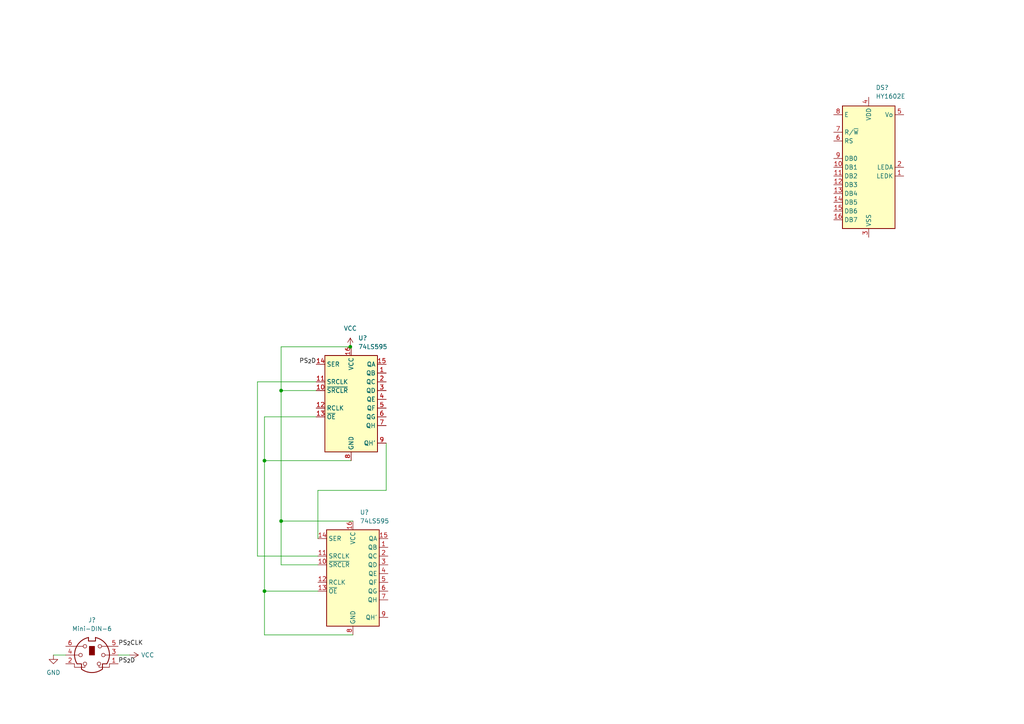
<source format=kicad_sch>
(kicad_sch (version 20211123) (generator eeschema)
  (paper "A4")
  (lib_symbols
    (symbol "74xx:74LS595"
      (property "Reference" "U" (at -7.62 13.97 0))
      (property "Value" "74LS595" (at -7.62 -16.51 0))
      (symbol "74LS595_1_0"
        (pin tri_state line (at 10.16 7.62 180) (length 2.54) (name "QB") (number "1"))
        (pin input line (at -10.16 2.54 0) (length 2.54) (name "~{SRCLR}") (number "10"))
        (pin input line (at -10.16 5.08 0) (length 2.54) (name "SRCLK") (number "11"))
        (pin input line (at -10.16 -2.54 0) (length 2.54) (name "RCLK") (number "12"))
        (pin input line (at -10.16 -5.08 0) (length 2.54) (name "~{OE}") (number "13"))
        (pin input line (at -10.16 10.16 0) (length 2.54) (name "SER") (number "14"))
        (pin tri_state line (at 10.16 10.16 180) (length 2.54) (name "QA") (number "15"))
        (pin power_in line (at 0 15.24 270) (length 2.54) (name "VCC") (number "16"))
        (pin tri_state line (at 10.16 5.08 180) (length 2.54) (name "QC") (number "2"))
        (pin tri_state line (at 10.16 2.54 180) (length 2.54) (name "QD") (number "3"))
        (pin tri_state line (at 10.16 0 180) (length 2.54) (name "QE") (number "4"))
        (pin tri_state line (at 10.16 -2.54 180) (length 2.54) (name "QF") (number "5"))
        (pin tri_state line (at 10.16 -5.08 180) (length 2.54) (name "QG") (number "6"))
        (pin tri_state line (at 10.16 -7.62 180) (length 2.54) (name "QH") (number "7"))
        (pin power_in line (at 0 -17.78 90) (length 2.54) (name "GND") (number "8"))
        (pin output line (at 10.16 -12.7 180) (length 2.54) (name "QH'") (number "9"))
      )
      (symbol "74LS595_1_1"
        (rectangle (start -7.62 12.7) (end 7.62 -15.24) (stroke (width 0.254)) (fill (type background)))
      )
    )
    (symbol "Connector:Mini-DIN-6" (pin_names (offset 1.016))
      (property "Reference" "J" (at 0 6.35 0))
      (property "Value" "Mini-DIN-6" (at 0 -6.35 0))
      (symbol "Mini-DIN-6_0_1"
        (circle (center -3.302 0) (radius 0.508))
        (arc (start -3.048 -4.064) (mid 0 -5.08) (end 3.048 -4.064) (stroke (width 0.254)))
        (circle (center -2.032 -2.54) (radius 0.508))
        (circle (center -2.032 2.54) (radius 0.508))
        (arc (start -1.016 5.08) (mid -4.6243 2.1181) (end -4.318 -2.54) (stroke (width 0.254)))
        (rectangle (start -0.762 2.54) (end 0.762 0) (fill (type outline)))
        (polyline (pts (xy -3.81 0) (xy -5.08 0)))
        (polyline (pts (xy -2.54 2.54) (xy -5.08 2.54)))
        (polyline (pts (xy 2.794 2.54) (xy 5.08 2.54)))
        (polyline (pts (xy 5.08 0) (xy 3.81 0)))
        (polyline (pts (xy -4.318 -2.54) (xy -3.048 -2.54) (xy -3.048 -4.064)) (stroke (width 0.254)))
        (polyline (pts (xy 4.318 -2.54) (xy 3.048 -2.54) (xy 3.048 -4.064)) (stroke (width 0.254)))
        (polyline (pts (xy -2.032 -3.048) (xy -2.032 -3.556) (xy -5.08 -3.556) (xy -5.08 -2.54)))
        (polyline (pts (xy -1.016 5.08) (xy -1.016 4.064) (xy 1.016 4.064) (xy 1.016 5.08)) (stroke (width 0.254)))
        (polyline (pts (xy 2.032 -3.048) (xy 2.032 -3.556) (xy 5.08 -3.556) (xy 5.08 -2.54)))
        (circle (center 2.032 -2.54) (radius 0.508))
        (circle (center 2.286 2.54) (radius 0.508))
        (circle (center 3.302 0) (radius 0.508))
        (arc (start 4.318 -2.54) (mid 4.6646 2.1357) (end 1.016 5.08) (stroke (width 0.254)))
      )
      (symbol "Mini-DIN-6_1_1"
        (pin passive line (at 7.62 -2.54 180) (length 2.54) (name "~") (number "1"))
        (pin passive line (at -7.62 -2.54 0) (length 2.54) (name "~") (number "2"))
        (pin passive line (at 7.62 0 180) (length 2.54) (name "~") (number "3"))
        (pin passive line (at -7.62 0 0) (length 2.54) (name "~") (number "4"))
        (pin passive line (at 7.62 2.54 180) (length 2.54) (name "~") (number "5"))
        (pin passive line (at -7.62 2.54 0) (length 2.54) (name "~") (number "6"))
      )
    )
    (symbol "Display_Character:HY1602E"
      (property "Reference" "DS" (at -6.096 19.05 0))
      (property "Value" "HY1602E" (at 5.08 19.05 0))
      (symbol "HY1602E_0_1"
        (rectangle (start -7.62 17.78) (end 7.62 -17.78) (stroke (width 0.254)) (fill (type background)))
      )
      (symbol "HY1602E_1_1"
        (pin passive line (at 10.16 -2.54 180) (length 2.54) (name "LEDK") (number "1"))
        (pin bidirectional line (at -10.16 0 0) (length 2.54) (name "DB1") (number "10"))
        (pin bidirectional line (at -10.16 -2.54 0) (length 2.54) (name "DB2") (number "11"))
        (pin bidirectional line (at -10.16 -5.08 0) (length 2.54) (name "DB3") (number "12"))
        (pin bidirectional line (at -10.16 -7.62 0) (length 2.54) (name "DB4") (number "13"))
        (pin bidirectional line (at -10.16 -10.16 0) (length 2.54) (name "DB5") (number "14"))
        (pin bidirectional line (at -10.16 -12.7 0) (length 2.54) (name "DB6") (number "15"))
        (pin bidirectional line (at -10.16 -15.24 0) (length 2.54) (name "DB7") (number "16"))
        (pin passive line (at 10.16 0 180) (length 2.54) (name "LEDA") (number "2"))
        (pin power_in line (at 0 -20.32 90) (length 2.54) (name "VSS") (number "3"))
        (pin power_in line (at 0 20.32 270) (length 2.54) (name "VDD") (number "4"))
        (pin input line (at 10.16 15.24 180) (length 2.54) (name "Vo") (number "5"))
        (pin input line (at -10.16 7.62 0) (length 2.54) (name "RS") (number "6"))
        (pin input line (at -10.16 10.16 0) (length 2.54) (name "R/~{W}") (number "7"))
        (pin input line (at -10.16 15.24 0) (length 2.54) (name "E") (number "8"))
        (pin bidirectional line (at -10.16 2.54 0) (length 2.54) (name "DB0") (number "9"))
      )
    )
    (symbol "power:GND" (power) (pin_names (offset 0))
      (property "Value" "GND" (at 0 -3.81 0))
      (symbol "GND_0_1"
        (polyline (pts (xy 0 0) (xy 0 -1.27) (xy 1.27 -1.27) (xy 0 -2.54) (xy -1.27 -1.27) (xy 0 -1.27)))
      )
      (symbol "GND_1_1"
        (pin power_in line (at 0 0 270) (length 0) hide (name "GND") (number "1"))
      )
    )
    (symbol "power:VCC" (power) (pin_names (offset 0))
      (property "Value" "VCC" (at 0 3.81 0))
      (symbol "VCC_0_1"
        (polyline (pts (xy -0.762 1.27) (xy 0 2.54)))
        (polyline (pts (xy 0 0) (xy 0 2.54)))
        (polyline (pts (xy 0 2.54) (xy 0.762 1.27)))
      )
      (symbol "VCC_1_1"
        (pin power_in line (at 0 0 90) (length 0) hide (name "VCC") (number "1"))
      )
    )
  )
  (junction (at 76.708 171.45))
  (junction (at 81.534 151.13))
  (junction (at 81.534 113.284))
  (junction (at 101.6 100.584))
  (junction (at 76.708 133.604))
  (wire (pts (xy 91.694 113.284) (xy 81.534 113.284)))
  (wire (pts (xy 81.534 151.13) (xy 81.534 163.83)))
  (wire (pts (xy 102.362 151.13) (xy 81.534 151.13)))
  (wire (pts (xy 81.534 113.284) (xy 81.534 151.13)))
  (wire (pts (xy 112.014 128.524) (xy 112.014 142.24)))
  (wire (pts (xy 102.362 184.15) (xy 76.708 184.15)))
  (wire (pts (xy 81.534 100.584) (xy 81.534 113.284)))
  (wire (pts (xy 76.708 133.604) (xy 101.854 133.604)))
  (wire (pts (xy 76.708 171.45) (xy 92.202 171.45)))
  (wire (pts (xy 74.676 110.744) (xy 74.676 161.29)))
  (wire (pts (xy 101.6 100.584) (xy 81.534 100.584)))
  (wire (pts (xy 101.854 100.584) (xy 101.6 100.584)))
  (wire (pts (xy 34.29 189.992) (xy 37.592 189.992)))
  (wire (pts (xy 76.708 171.45) (xy 76.708 184.15)))
  (wire (pts (xy 76.708 120.904) (xy 76.708 133.604)))
  (wire (pts (xy 91.694 110.744) (xy 74.676 110.744)))
  (wire (pts (xy 92.202 142.24) (xy 92.202 156.21)))
  (wire (pts (xy 81.534 163.83) (xy 92.202 163.83)))
  (wire (pts (xy 74.676 161.29) (xy 92.202 161.29)))
  (wire (pts (xy 76.708 133.604) (xy 76.708 171.45)))
  (wire (pts (xy 15.494 189.992) (xy 19.05 189.992)))
  (wire (pts (xy 112.014 142.24) (xy 92.202 142.24)))
  (wire (pts (xy 76.708 120.904) (xy 91.694 120.904)))
  (label "PS_{2}D" (at 34.29 192.532 0))
  (label "PS_{2}D" (at 91.694 105.664 180))
  (label "PS_{2}CLK" (at 34.29 187.452 0))
  (symbol (lib_id "Display_Character:HY1602E") (at 251.968 48.514 0) (unit 1)
    (property "Reference" "DS?" (at 253.9874 25.4 0) (effects (justify left)))
    (property "Value" "HY1602E" (at 253.9874 27.94 0) (effects (justify left)))
    (property "Footprint" "Display:HY1602E" (effects hide))
    (property "Datasheet" "http://www.icbank.com/data/ICBShop/board/HY1602E.pdf" (effects hide))
  )
  (symbol (lib_id "power:VCC") (at 101.6 100.584 0) (unit 1)
    (property "Reference" "#PWR?" (effects hide))
    (property "Value" "VCC" (at 101.6 95.25 0))
  )
  (symbol (lib_id "74xx:74LS595") (at 101.854 115.824 0) (unit 1)
    (property "Reference" "U?" (at 103.8734 98.044 0) (effects (justify left)))
    (property "Value" "74LS595" (at 103.8734 100.584 0) (effects (justify left)))
    (property "Datasheet" "http://www.ti.com/lit/gpn/sn74ls595" (effects hide))
  )
  (symbol (lib_id "power:GND") (at 15.494 189.992 0) (unit 1)
    (property "Reference" "#PWR?" (effects hide))
    (property "Value" "GND" (at 15.494 195.072 0))
  )
  (symbol (lib_id "power:VCC") (at 37.592 189.992 270) (unit 1)
    (property "Reference" "#PWR?" (effects hide))
    (property "Value" "VCC" (at 40.894 189.9919 90) (effects (justify left)))
  )
  (symbol (lib_id "Connector:Mini-DIN-6") (at 26.67 189.992 0) (unit 1)
    (property "Reference" "J?" (at 26.6877 179.832 0))
    (property "Value" "Mini-DIN-6" (at 26.6877 182.372 0))
    (property "Datasheet" "http://service.powerdynamics.com/ec/Catalog17/Section%2011.pdf" (effects hide))
  )
  (symbol (lib_id "74xx:74LS595") (at 102.362 166.37 0) (unit 1)
    (property "Reference" "U?" (at 104.3814 148.59 0) (effects (justify left)))
    (property "Value" "74LS595" (at 104.3814 151.13 0) (effects (justify left)))
    (property "Datasheet" "http://www.ti.com/lit/gpn/sn74ls595" (effects hide))
  )
)
</source>
